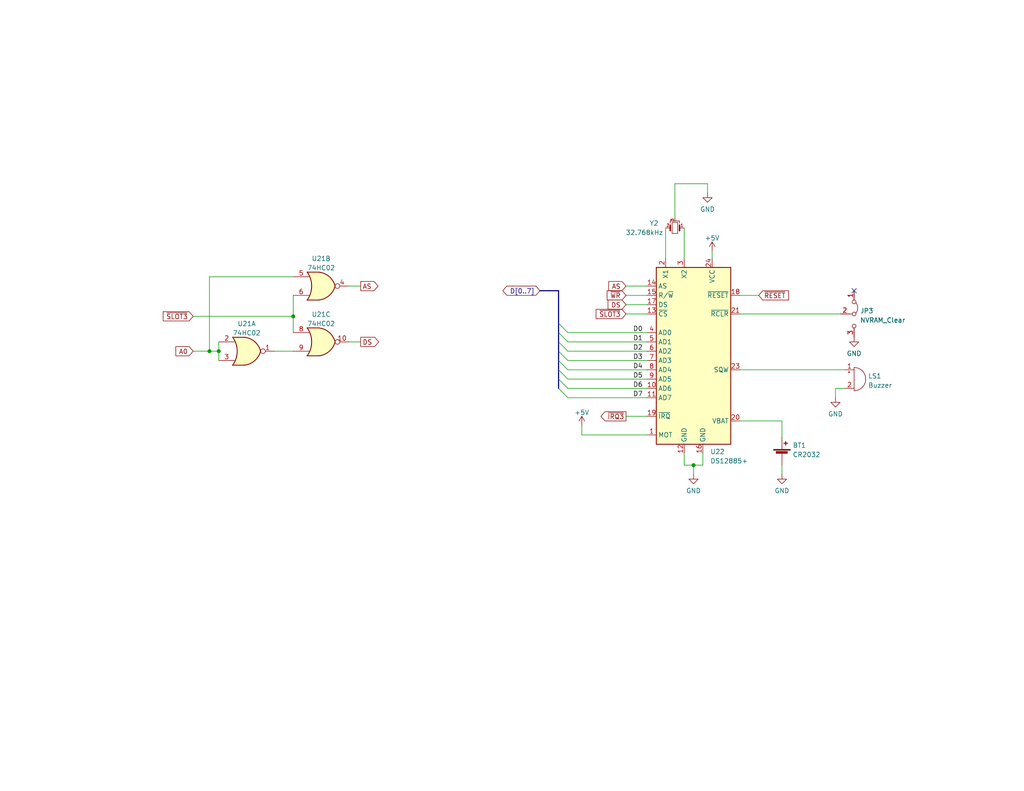
<source format=kicad_sch>
(kicad_sch (version 20230121) (generator eeschema)
  (paper "A")
  (title_block (date "2023-06-06") (rev "C"))
  (lib_symbols
    (symbol "74xx:74HC02" (pin_names (offset 1.016))
      (property "Reference" "U" (at 0 1.27 0))
      (property "Value" "74HC02" (at 0 -1.27 0))
      (symbol "74HC02_1_1"
        (arc (start -3.81 -3.81) (mid -2.589 0) (end -3.81 3.81) (stroke (width 0.254)))
        (arc (start -0.6096 -3.81) (mid 2.1842 -2.5851) (end 3.81 0) (stroke (width 0.254)) (fill (type background)))
        (polyline (pts (xy -3.81 -3.81) (xy -0.635 -3.81)) (stroke (width 0.254)) (fill (type background)))
        (polyline (pts (xy -3.81 3.81) (xy -0.635 3.81)) (stroke (width 0.254)) (fill (type background)))
        (polyline (pts (xy -0.635 3.81) (xy -3.81 3.81) (xy -3.81 3.81) (xy -3.556 3.4036) (xy -3.0226 2.2606) (xy -2.6924 1.0414) (xy -2.6162 -0.254) (xy -2.7686 -1.4986) (xy -3.175 -2.7178) (xy -3.81 -3.81) (xy -3.81 -3.81) (xy -0.635 -3.81)) (stroke (width -25.4)) (fill (type background)))
        (arc (start 3.81 0) (mid 2.1915 2.5936) (end -0.6096 3.81) (stroke (width 0.254)) (fill (type background)))
        (pin output inverted (at 7.62 0 180) (length 3.81) (name "~") (number "1"))
        (pin input line (at -7.62 2.54 0) (length 4.318) (name "~") (number "2"))
        (pin input line (at -7.62 -2.54 0) (length 4.318) (name "~") (number "3"))
      )
      (symbol "74HC02_1_2"
        (arc (start 0 -3.81) (mid 3.7934 0) (end 0 3.81) (stroke (width 0.254)) (fill (type background)))
        (polyline (pts (xy 0 3.81) (xy -3.81 3.81) (xy -3.81 -3.81) (xy 0 -3.81)) (stroke (width 0.254)) (fill (type background)))
        (pin output line (at 7.62 0 180) (length 3.81) (name "~") (number "1"))
        (pin input inverted (at -7.62 2.54 0) (length 3.81) (name "~") (number "2"))
        (pin input inverted (at -7.62 -2.54 0) (length 3.81) (name "~") (number "3"))
      )
      (symbol "74HC02_2_1"
        (arc (start -3.81 -3.81) (mid -2.589 0) (end -3.81 3.81) (stroke (width 0.254)))
        (arc (start -0.6096 -3.81) (mid 2.1842 -2.5851) (end 3.81 0) (stroke (width 0.254)) (fill (type background)))
        (polyline (pts (xy -3.81 -3.81) (xy -0.635 -3.81)) (stroke (width 0.254)) (fill (type background)))
        (polyline (pts (xy -3.81 3.81) (xy -0.635 3.81)) (stroke (width 0.254)) (fill (type background)))
        (polyline (pts (xy -0.635 3.81) (xy -3.81 3.81) (xy -3.81 3.81) (xy -3.556 3.4036) (xy -3.0226 2.2606) (xy -2.6924 1.0414) (xy -2.6162 -0.254) (xy -2.7686 -1.4986) (xy -3.175 -2.7178) (xy -3.81 -3.81) (xy -3.81 -3.81) (xy -0.635 -3.81)) (stroke (width -25.4)) (fill (type background)))
        (arc (start 3.81 0) (mid 2.1915 2.5936) (end -0.6096 3.81) (stroke (width 0.254)) (fill (type background)))
        (pin output inverted (at 7.62 0 180) (length 3.81) (name "~") (number "4"))
        (pin input line (at -7.62 2.54 0) (length 4.318) (name "~") (number "5"))
        (pin input line (at -7.62 -2.54 0) (length 4.318) (name "~") (number "6"))
      )
      (symbol "74HC02_2_2"
        (arc (start 0 -3.81) (mid 3.7934 0) (end 0 3.81) (stroke (width 0.254)) (fill (type background)))
        (polyline (pts (xy 0 3.81) (xy -3.81 3.81) (xy -3.81 -3.81) (xy 0 -3.81)) (stroke (width 0.254)) (fill (type background)))
        (pin output line (at 7.62 0 180) (length 3.81) (name "~") (number "4"))
        (pin input inverted (at -7.62 2.54 0) (length 3.81) (name "~") (number "5"))
        (pin input inverted (at -7.62 -2.54 0) (length 3.81) (name "~") (number "6"))
      )
      (symbol "74HC02_3_1"
        (arc (start -3.81 -3.81) (mid -2.589 0) (end -3.81 3.81) (stroke (width 0.254)))
        (arc (start -0.6096 -3.81) (mid 2.1842 -2.5851) (end 3.81 0) (stroke (width 0.254)) (fill (type background)))
        (polyline (pts (xy -3.81 -3.81) (xy -0.635 -3.81)) (stroke (width 0.254)) (fill (type background)))
        (polyline (pts (xy -3.81 3.81) (xy -0.635 3.81)) (stroke (width 0.254)) (fill (type background)))
        (polyline (pts (xy -0.635 3.81) (xy -3.81 3.81) (xy -3.81 3.81) (xy -3.556 3.4036) (xy -3.0226 2.2606) (xy -2.6924 1.0414) (xy -2.6162 -0.254) (xy -2.7686 -1.4986) (xy -3.175 -2.7178) (xy -3.81 -3.81) (xy -3.81 -3.81) (xy -0.635 -3.81)) (stroke (width -25.4)) (fill (type background)))
        (arc (start 3.81 0) (mid 2.1915 2.5936) (end -0.6096 3.81) (stroke (width 0.254)) (fill (type background)))
        (pin output inverted (at 7.62 0 180) (length 3.81) (name "~") (number "10"))
        (pin input line (at -7.62 2.54 0) (length 4.318) (name "~") (number "8"))
        (pin input line (at -7.62 -2.54 0) (length 4.318) (name "~") (number "9"))
      )
      (symbol "74HC02_3_2"
        (arc (start 0 -3.81) (mid 3.7934 0) (end 0 3.81) (stroke (width 0.254)) (fill (type background)))
        (polyline (pts (xy 0 3.81) (xy -3.81 3.81) (xy -3.81 -3.81) (xy 0 -3.81)) (stroke (width 0.254)) (fill (type background)))
        (pin output line (at 7.62 0 180) (length 3.81) (name "~") (number "10"))
        (pin input inverted (at -7.62 2.54 0) (length 3.81) (name "~") (number "8"))
        (pin input inverted (at -7.62 -2.54 0) (length 3.81) (name "~") (number "9"))
      )
      (symbol "74HC02_4_1"
        (arc (start -3.81 -3.81) (mid -2.589 0) (end -3.81 3.81) (stroke (width 0.254)))
        (arc (start -0.6096 -3.81) (mid 2.1842 -2.5851) (end 3.81 0) (stroke (width 0.254)) (fill (type background)))
        (polyline (pts (xy -3.81 -3.81) (xy -0.635 -3.81)) (stroke (width 0.254)) (fill (type background)))
        (polyline (pts (xy -3.81 3.81) (xy -0.635 3.81)) (stroke (width 0.254)) (fill (type background)))
        (polyline (pts (xy -0.635 3.81) (xy -3.81 3.81) (xy -3.81 3.81) (xy -3.556 3.4036) (xy -3.0226 2.2606) (xy -2.6924 1.0414) (xy -2.6162 -0.254) (xy -2.7686 -1.4986) (xy -3.175 -2.7178) (xy -3.81 -3.81) (xy -3.81 -3.81) (xy -0.635 -3.81)) (stroke (width -25.4)) (fill (type background)))
        (arc (start 3.81 0) (mid 2.1915 2.5936) (end -0.6096 3.81) (stroke (width 0.254)) (fill (type background)))
        (pin input line (at -7.62 2.54 0) (length 4.318) (name "~") (number "11"))
        (pin input line (at -7.62 -2.54 0) (length 4.318) (name "~") (number "12"))
        (pin output inverted (at 7.62 0 180) (length 3.81) (name "~") (number "13"))
      )
      (symbol "74HC02_4_2"
        (arc (start 0 -3.81) (mid 3.7934 0) (end 0 3.81) (stroke (width 0.254)) (fill (type background)))
        (polyline (pts (xy 0 3.81) (xy -3.81 3.81) (xy -3.81 -3.81) (xy 0 -3.81)) (stroke (width 0.254)) (fill (type background)))
        (pin input inverted (at -7.62 2.54 0) (length 3.81) (name "~") (number "11"))
        (pin input inverted (at -7.62 -2.54 0) (length 3.81) (name "~") (number "12"))
        (pin output line (at 7.62 0 180) (length 3.81) (name "~") (number "13"))
      )
      (symbol "74HC02_5_0"
        (pin power_in line (at 0 12.7 270) (length 5.08) (name "VCC") (number "14"))
        (pin power_in line (at 0 -12.7 90) (length 5.08) (name "GND") (number "7"))
      )
      (symbol "74HC02_5_1"
        (rectangle (start -5.08 7.62) (end 5.08 -7.62) (stroke (width 0.254)) (fill (type background)))
      )
    )
    (symbol "Device:Battery_Cell" (pin_numbers hide) (pin_names (offset 0) hide)
      (property "Reference" "BT1" (at 2.921 2.8667 0))
      (property "Value" "Battery_Cell" (at 2.921 0.3298 0))
      (symbol "Battery_Cell_0_1"
        (rectangle (start -2.286 1.778) (end 2.286 1.524) (fill (type outline)))
        (rectangle (start -1.5748 1.1938) (end 1.4732 0.6858) (fill (type outline)))
        (polyline (pts (xy 0 0.762) (xy 0 0)))
        (polyline (pts (xy 0 1.778) (xy 0 2.54)))
        (polyline (pts (xy 0.508 3.429) (xy 1.524 3.429)) (stroke (width 0.254)))
        (polyline (pts (xy 1.016 3.937) (xy 1.016 2.921)) (stroke (width 0.254)))
      )
      (symbol "Battery_Cell_1_1"
        (pin power_out line (at 0 5.08 270) (length 2.54) (name "+") (number "1"))
        (pin passive line (at 0 -2.54 90) (length 2.54) (name "-") (number "2"))
      )
    )
    (symbol "Device:Buzzer" (pin_names (offset 0.0254) hide)
      (property "Reference" "BZ" (at 3.81 1.27 0))
      (property "Value" "Buzzer" (at 3.81 -1.27 0))
      (symbol "Buzzer_0_1"
        (arc (start 0 -3.175) (mid 3.1612 0) (end 0 3.175))
        (polyline (pts (xy -1.651 1.905) (xy -1.143 1.905)))
        (polyline (pts (xy -1.397 2.159) (xy -1.397 1.651)))
        (polyline (pts (xy 0 3.175) (xy 0 -3.175)))
      )
      (symbol "Buzzer_1_1"
        (pin passive line (at -2.54 2.54 0) (length 2.54) (name "-") (number "1"))
        (pin passive line (at -2.54 -2.54 0) (length 2.54) (name "+") (number "2"))
      )
    )
    (symbol "Device:Crystal_GND3_Small" (pin_names (offset 1.016) hide)
      (property "Reference" "Y" (at 0 5.08 0))
      (property "Value" "Crystal_GND3_Small" (at 0 3.175 0))
      (symbol "Crystal_GND3_Small_0_1"
        (rectangle (start -0.762 -1.524) (end 0.762 1.524))
        (polyline (pts (xy -1.27 -0.762) (xy -1.27 0.762)) (stroke (width 0.381)))
        (polyline (pts (xy 1.27 -0.762) (xy 1.27 0.762)) (stroke (width 0.381)))
        (polyline (pts (xy -1.27 -1.27) (xy -1.27 -1.905) (xy 1.27 -1.905) (xy 1.27 -1.27)))
      )
      (symbol "Crystal_GND3_Small_1_1"
        (pin passive line (at -2.54 0 0) (length 1.27) (name "1") (number "1"))
        (pin passive line (at 2.54 0 180) (length 1.27) (name "2") (number "2"))
        (pin passive line (at 0 -2.54 90) (length 0.635) (name "3") (number "3"))
      )
    )
    (symbol "Jumper:Jumper_3_Bridged12" (pin_names (offset 0) hide)
      (property "Reference" "JP" (at -2.54 -2.54 0))
      (property "Value" "Jumper_3_Bridged12" (at 0 2.794 0))
      (symbol "Jumper_3_Bridged12_0_0"
        (circle (center -3.302 0) (radius 0.508))
        (circle (center 0 0) (radius 0.508))
        (circle (center 3.302 0) (radius 0.508))
      )
      (symbol "Jumper_3_Bridged12_0_1"
        (arc (start -0.254 0.508) (mid -1.651 0.9912) (end -3.048 0.508))
        (polyline (pts (xy 0 -1.27) (xy 0 -0.508)))
      )
      (symbol "Jumper_3_Bridged12_1_1"
        (pin passive line (at -6.35 0 0) (length 2.54) (name "A") (number "1"))
        (pin passive line (at 0 -3.81 90) (length 2.54) (name "C") (number "2"))
        (pin passive line (at 6.35 0 180) (length 2.54) (name "B") (number "3"))
      )
    )
    (symbol "Timer_RTC:DS12885+"
      (property "Reference" "U" (at 7.62 16.51 0))
      (property "Value" "DS12885+" (at 0 0 0))
      (symbol "DS12885+_0_1"
        (rectangle (start -10.16 15.24) (end 10.16 -33.02) (stroke (width 0.254)) (fill (type background)))
      )
      (symbol "DS12885+_1_1"
        (pin input line (at -12.7 -30.48 0) (length 2.54) (name "MOT") (number "1"))
        (pin tri_state line (at -12.7 -17.78 0) (length 2.54) (name "AD6") (number "10"))
        (pin tri_state line (at -12.7 -20.32 0) (length 2.54) (name "AD7") (number "11"))
        (pin power_in line (at -2.54 -35.56 90) (length 2.54) (name "GND") (number "12"))
        (pin input line (at -12.7 2.54 0) (length 2.54) (name "~{CS}") (number "13"))
        (pin input line (at -12.7 10.16 0) (length 2.54) (name "AS") (number "14"))
        (pin input line (at -12.7 7.62 0) (length 2.54) (name "R/~{W}") (number "15"))
        (pin power_in line (at 2.54 -35.56 90) (length 2.54) (name "GND") (number "16"))
        (pin input line (at -12.7 5.08 0) (length 2.54) (name "DS") (number "17"))
        (pin input line (at 12.7 7.62 180) (length 2.54) (name "~{RESET}") (number "18"))
        (pin output line (at -12.7 -25.4 0) (length 2.54) (name "~{IRQ}") (number "19"))
        (pin input line (at -7.62 17.78 270) (length 2.54) (name "X1") (number "2"))
        (pin power_in line (at 12.7 -26.67 180) (length 2.54) (name "VBAT") (number "20"))
        (pin input line (at 12.7 2.54 180) (length 2.54) (name "~{RCLR}") (number "21"))
        (pin no_connect line (at 10.16 -20.32 0) (length 2.54) hide (name "NC") (number "22"))
        (pin output line (at 12.7 -12.7 180) (length 2.54) (name "SQW") (number "23"))
        (pin power_in line (at 5.08 17.78 270) (length 2.54) (name "VCC") (number "24"))
        (pin output line (at -2.54 17.78 270) (length 2.54) (name "X2") (number "3"))
        (pin tri_state line (at -12.7 -2.54 0) (length 2.54) (name "AD0") (number "4"))
        (pin tri_state line (at -12.7 -5.08 0) (length 2.54) (name "AD1") (number "5"))
        (pin tri_state line (at -12.7 -7.62 0) (length 2.54) (name "AD2") (number "6"))
        (pin tri_state line (at -12.7 -10.16 0) (length 2.54) (name "AD3") (number "7"))
        (pin tri_state line (at -12.7 -12.7 0) (length 2.54) (name "AD4") (number "8"))
        (pin tri_state line (at -12.7 -15.24 0) (length 2.54) (name "AD5") (number "9"))
      )
    )
    (symbol "power:+5V" (power) (pin_names (offset 0))
      (property "Value" "+5V" (at 0 3.556 0))
      (symbol "+5V_0_1"
        (polyline (pts (xy -0.762 1.27) (xy 0 2.54)))
        (polyline (pts (xy 0 0) (xy 0 2.54)))
        (polyline (pts (xy 0 2.54) (xy 0.762 1.27)))
      )
      (symbol "+5V_1_1"
        (pin power_in line (at 0 0 90) (length 0) hide (name "+5V") (number "1"))
      )
    )
    (symbol "power:GND" (power) (pin_names (offset 0))
      (property "Value" "GND" (at 0 -3.81 0))
      (symbol "GND_0_1"
        (polyline (pts (xy 0 0) (xy 0 -1.27) (xy 1.27 -1.27) (xy 0 -2.54) (xy -1.27 -1.27) (xy 0 -1.27)))
      )
      (symbol "GND_1_1"
        (pin power_in line (at 0 0 270) (length 0) hide (name "GND") (number "1"))
      )
    )
  )
  (junction (at 59.69 95.885))
  (junction (at 80.01 86.36))
  (junction (at 57.15 95.885))
  (junction (at 189.23 127))
  (no_connect (at 233.045 79.375))
  (bus_entry (at 152.4 88.265) (size 2.54 2.54))
  (bus_entry (at 152.4 90.805) (size 2.54 2.54))
  (bus_entry (at 152.4 95.885) (size 2.54 2.54))
  (bus_entry (at 152.4 93.345) (size 2.54 2.54))
  (bus_entry (at 152.4 103.505) (size 2.54 2.54))
  (bus_entry (at 152.4 100.965) (size 2.54 2.54))
  (bus_entry (at 152.4 106.045) (size 2.54 2.54))
  (bus_entry (at 152.4 98.425) (size 2.54 2.54))
  (wire (pts (xy 80.01 86.36) (xy 80.01 90.805)))
  (wire (pts (xy 201.93 80.645) (xy 207.01 80.645)))
  (bus (pts (xy 152.4 88.265) (xy 152.4 90.805)))
  (wire (pts (xy 59.69 95.885) (xy 59.69 98.425)))
  (bus (pts (xy 152.4 93.345) (xy 152.4 95.885)))
  (wire (pts (xy 189.23 127) (xy 191.77 127)))
  (wire (pts (xy 194.31 68.58) (xy 194.31 70.485)))
  (wire (pts (xy 98.425 93.345) (xy 95.25 93.345)))
  (wire (pts (xy 184.15 50.165) (xy 193.04 50.165)))
  (wire (pts (xy 98.425 78.105) (xy 95.25 78.105)))
  (wire (pts (xy 59.69 93.345) (xy 59.69 95.885)))
  (wire (pts (xy 52.705 86.36) (xy 80.01 86.36)))
  (bus (pts (xy 152.4 79.375) (xy 147.32 79.375)))
  (bus (pts (xy 152.4 95.885) (xy 152.4 98.425)))
  (wire (pts (xy 170.815 78.105) (xy 176.53 78.105)))
  (wire (pts (xy 154.94 90.805) (xy 176.53 90.805)))
  (wire (pts (xy 184.15 59.69) (xy 184.15 50.165)))
  (wire (pts (xy 229.235 85.725) (xy 201.93 85.725)))
  (wire (pts (xy 186.69 127) (xy 189.23 127)))
  (wire (pts (xy 189.23 129.54) (xy 189.23 127)))
  (wire (pts (xy 74.93 95.885) (xy 80.01 95.885)))
  (wire (pts (xy 201.93 114.935) (xy 213.36 114.935)))
  (wire (pts (xy 186.69 62.23) (xy 186.69 70.485)))
  (wire (pts (xy 170.815 83.185) (xy 176.53 83.185)))
  (wire (pts (xy 227.965 106.045) (xy 227.965 108.585)))
  (wire (pts (xy 52.705 95.885) (xy 57.15 95.885)))
  (wire (pts (xy 170.815 85.725) (xy 176.53 85.725)))
  (bus (pts (xy 152.4 79.375) (xy 152.4 88.265)))
  (wire (pts (xy 213.36 114.935) (xy 213.36 119.38)))
  (bus (pts (xy 152.4 98.425) (xy 152.4 100.965)))
  (wire (pts (xy 186.69 123.825) (xy 186.69 127)))
  (bus (pts (xy 152.4 103.505) (xy 152.4 106.045)))
  (wire (pts (xy 154.94 95.885) (xy 176.53 95.885)))
  (wire (pts (xy 158.75 116.205) (xy 158.75 118.745)))
  (wire (pts (xy 213.36 129.54) (xy 213.36 127)))
  (wire (pts (xy 181.61 62.23) (xy 181.61 70.485)))
  (bus (pts (xy 152.4 100.965) (xy 152.4 103.505)))
  (wire (pts (xy 154.94 100.965) (xy 176.53 100.965)))
  (wire (pts (xy 191.77 127) (xy 191.77 123.825)))
  (wire (pts (xy 80.01 75.565) (xy 57.15 75.565)))
  (wire (pts (xy 154.94 93.345) (xy 176.53 93.345)))
  (wire (pts (xy 193.04 50.165) (xy 193.04 52.705)))
  (wire (pts (xy 80.01 86.36) (xy 80.01 80.645)))
  (wire (pts (xy 154.94 106.045) (xy 176.53 106.045)))
  (wire (pts (xy 57.15 95.885) (xy 59.69 95.885)))
  (bus (pts (xy 152.4 90.805) (xy 152.4 93.345)))
  (wire (pts (xy 170.815 113.665) (xy 176.53 113.665)))
  (wire (pts (xy 158.75 118.745) (xy 176.53 118.745)))
  (wire (pts (xy 154.94 103.505) (xy 176.53 103.505)))
  (wire (pts (xy 57.15 75.565) (xy 57.15 95.885)))
  (wire (pts (xy 170.815 80.645) (xy 176.53 80.645)))
  (wire (pts (xy 201.93 100.965) (xy 230.505 100.965)))
  (wire (pts (xy 154.94 108.585) (xy 176.53 108.585)))
  (wire (pts (xy 154.94 98.425) (xy 176.53 98.425)))
  (wire (pts (xy 230.505 106.045) (xy 227.965 106.045)))
  (label "D4" (at 172.72 100.965 0))
  (label "D1" (at 172.72 93.345 0))
  (label "D6" (at 172.72 106.045 0))
  (label "D2" (at 172.72 95.885 0))
  (label "D5" (at 172.72 103.505 0))
  (label "D7" (at 172.72 108.585 0))
  (label "D3" (at 172.72 98.425 0))
  (label "D0" (at 172.72 90.805 0))
  (global_label "DS" (shape input) (at 170.815 83.185 180) (property "Intersheetrefs" "${INTERSHEET_REFS}" (effects hide)))
  (global_label "AS" (shape output) (at 98.425 78.105 0) (property "Intersheetrefs" "${INTERSHEET_REFS}" (effects hide)))
  (global_label "~{SLOT3}" (shape input) (at 52.705 86.36 180) (property "Intersheetrefs" "${INTERSHEET_REFS}" (effects hide)))
  (global_label "~{RESET}" (shape input) (at 207.01 80.645 0) (property "Intersheetrefs" "${INTERSHEET_REFS}" (effects hide)))
  (global_label "DS" (shape output) (at 98.425 93.345 0) (property "Intersheetrefs" "${INTERSHEET_REFS}" (effects hide)))
  (global_label "~{WR}" (shape input) (at 170.815 80.645 180) (property "Intersheetrefs" "${INTERSHEET_REFS}" (effects hide)))
  (global_label "~{IRQ3}" (shape output) (at 170.815 113.665 180) (property "Intersheetrefs" "${INTERSHEET_REFS}" (effects hide)))
  (global_label "~{SLOT3}" (shape input) (at 170.815 85.725 180) (property "Intersheetrefs" "${INTERSHEET_REFS}" (effects hide)))
  (global_label "D[0..7]" (shape bidirectional) (at 147.32 79.375 180) (property "Intersheetrefs" "${INTERSHEET_REFS}" (effects hide)))
  (global_label "AS" (shape input) (at 170.815 78.105 180) (property "Intersheetrefs" "${INTERSHEET_REFS}" (effects hide)))
  (global_label "A0" (shape input) (at 52.705 95.885 180) (property "Intersheetrefs" "${INTERSHEET_REFS}" (effects hide)))
  (symbol (lib_id "Jumper:Jumper_3_Bridged12") (at 233.045 85.725 270) (unit 1)
    (property "Reference" "JP3" (at 234.6712 84.8903 90) (effects (justify left)))
    (property "Value" "NVRAM_Clear" (at 234.6712 87.4272 90) (effects (justify left)))
    (property "Footprint" "Connector_PinHeader_2.54mm:PinHeader_1x03_P2.54mm_Vertical" (effects hide))
  )
  (symbol (lib_id "74xx:74HC02") (at 67.31 95.885 0) (unit 1)
    (property "Reference" "U21" (at 67.31 88.3752 0))
    (property "Value" "74HC02" (at 67.31 90.9121 0))
    (property "Footprint" "Package_DIP:DIP-14_W7.62mm_LongPads" (effects hide))
    (property "Datasheet" "http://www.ti.com/lit/gpn/sn74hc02" (effects hide))
  )
  (symbol (lib_id "power:GND") (at 193.04 52.705 0) (unit 1)
    (property "Reference" "#PWR0110" (effects hide))
    (property "Value" "GND" (at 193.04 57.1484 0))
  )
  (symbol (lib_id "Timer_RTC:DS12885+") (at 189.23 88.265 0) (unit 1)
    (property "Reference" "U22" (at 193.7894 123.3154 0) (effects (justify left)))
    (property "Value" "DS12885+" (at 193.7894 125.8523 0) (effects (justify left)))
    (property "Footprint" "Package_DIP:DIP-24_W15.24mm_LongPads" (effects hide))
  )
  (symbol (lib_id "power:GND") (at 213.36 129.54 0) (unit 1)
    (property "Reference" "#PWR0118" (effects hide))
    (property "Value" "GND" (at 213.36 133.9834 0))
  )
  (symbol (lib_id "power:GND") (at 189.23 129.54 0) (unit 1)
    (property "Reference" "#PWR0119" (effects hide))
    (property "Value" "GND" (at 189.23 133.9834 0))
  )
  (symbol (lib_id "74xx:74HC02") (at 87.63 93.345 0) (unit 3)
    (property "Reference" "U21" (at 87.63 85.8352 0))
    (property "Value" "74HC02" (at 87.63 88.3721 0))
    (property "Footprint" "Package_DIP:DIP-14_W7.62mm_LongPads" (effects hide))
    (property "Datasheet" "http://www.ti.com/lit/gpn/sn74hc02" (effects hide))
  )
  (symbol (lib_id "power:+5V") (at 158.75 116.205 0) (unit 1)
    (property "Reference" "#PWR019" (effects hide))
    (property "Value" "+5V" (at 158.75 112.6292 0))
  )
  (symbol (lib_id "power:+5V") (at 194.31 68.58 0) (unit 1)
    (property "Reference" "#PWR0120" (effects hide))
    (property "Value" "+5V" (at 194.31 65.0042 0))
  )
  (symbol (lib_id "power:GND") (at 233.045 92.075 0) (unit 1)
    (property "Reference" "#PWR07" (effects hide))
    (property "Value" "GND" (at 233.045 96.5184 0))
  )
  (symbol (lib_id "Device:Buzzer") (at 233.045 103.505 0) (unit 1)
    (property "Reference" "LS1" (at 236.855 102.6703 0) (effects (justify left)))
    (property "Value" "Buzzer" (at 236.855 105.2072 0) (effects (justify left)))
    (property "Footprint" "Buzzer_Beeper:MagneticBuzzer_PUI_AT-0927-TT-6-R" (effects hide))
  )
  (symbol (lib_id "74xx:74HC02") (at 87.63 78.105 0) (unit 2)
    (property "Reference" "U21" (at 87.63 70.5952 0))
    (property "Value" "74HC02" (at 87.63 73.1321 0))
    (property "Footprint" "Package_DIP:DIP-14_W7.62mm_LongPads" (effects hide))
    (property "Datasheet" "http://www.ti.com/lit/gpn/sn74hc02" (effects hide))
  )
  (symbol (lib_id "Device:Crystal_GND3_Small") (at 184.15 62.23 180) (unit 1)
    (property "Reference" "Y2" (at 179.705 60.96 0) (effects (justify left)))
    (property "Value" "32.768kHz" (at 180.975 63.5 0) (effects (justify left)))
    (property "Footprint" "Crystal:Crystal_DS26_D2.0mm_L6.0mm_Horizontal_1EP_style1" (effects hide))
  )
  (symbol (lib_id "Device:Battery_Cell") (at 213.36 124.46 0) (unit 1)
    (property "Reference" "BT1" (at 216.281 121.5933 0) (effects (justify left)))
    (property "Value" "CR2032" (at 216.281 124.1302 0) (effects (justify left)))
    (property "Footprint" "Battery:BatteryHolder_Keystone_103_1x20mm" (effects hide))
  )
  (symbol (lib_id "power:GND") (at 227.965 108.585 0) (unit 1)
    (property "Reference" "#PWR0117" (effects hide))
    (property "Value" "GND" (at 227.965 113.0284 0))
  )
)
</source>
